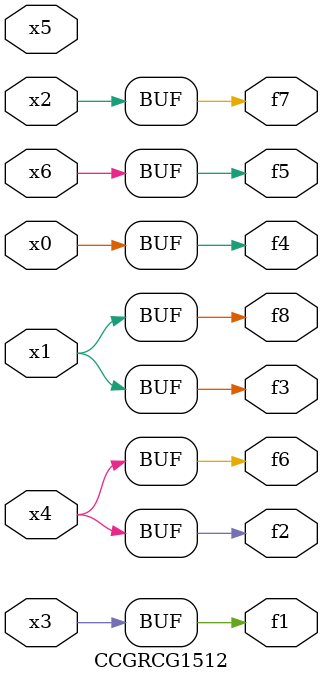
<source format=v>
module CCGRCG1512(
	input x0, x1, x2, x3, x4, x5, x6,
	output f1, f2, f3, f4, f5, f6, f7, f8
);
	assign f1 = x3;
	assign f2 = x4;
	assign f3 = x1;
	assign f4 = x0;
	assign f5 = x6;
	assign f6 = x4;
	assign f7 = x2;
	assign f8 = x1;
endmodule

</source>
